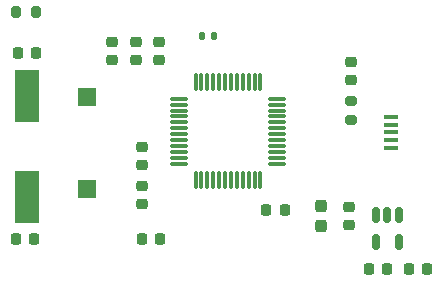
<source format=gbr>
%TF.GenerationSoftware,KiCad,Pcbnew,7.0.5-7.0.5~ubuntu20.04.1*%
%TF.CreationDate,2023-12-02T16:13:28+01:00*%
%TF.ProjectId,ST_prot,53545f70-726f-4742-9e6b-696361645f70,rev?*%
%TF.SameCoordinates,Original*%
%TF.FileFunction,Paste,Top*%
%TF.FilePolarity,Positive*%
%FSLAX46Y46*%
G04 Gerber Fmt 4.6, Leading zero omitted, Abs format (unit mm)*
G04 Created by KiCad (PCBNEW 7.0.5-7.0.5~ubuntu20.04.1) date 2023-12-02 16:13:28*
%MOMM*%
%LPD*%
G01*
G04 APERTURE LIST*
G04 Aperture macros list*
%AMRoundRect*
0 Rectangle with rounded corners*
0 $1 Rounding radius*
0 $2 $3 $4 $5 $6 $7 $8 $9 X,Y pos of 4 corners*
0 Add a 4 corners polygon primitive as box body*
4,1,4,$2,$3,$4,$5,$6,$7,$8,$9,$2,$3,0*
0 Add four circle primitives for the rounded corners*
1,1,$1+$1,$2,$3*
1,1,$1+$1,$4,$5*
1,1,$1+$1,$6,$7*
1,1,$1+$1,$8,$9*
0 Add four rect primitives between the rounded corners*
20,1,$1+$1,$2,$3,$4,$5,0*
20,1,$1+$1,$4,$5,$6,$7,0*
20,1,$1+$1,$6,$7,$8,$9,0*
20,1,$1+$1,$8,$9,$2,$3,0*%
G04 Aperture macros list end*
%ADD10RoundRect,0.237500X-0.237500X0.300000X-0.237500X-0.300000X0.237500X-0.300000X0.237500X0.300000X0*%
%ADD11RoundRect,0.225000X0.225000X0.250000X-0.225000X0.250000X-0.225000X-0.250000X0.225000X-0.250000X0*%
%ADD12RoundRect,0.225000X0.250000X-0.225000X0.250000X0.225000X-0.250000X0.225000X-0.250000X-0.225000X0*%
%ADD13RoundRect,0.225000X-0.250000X0.225000X-0.250000X-0.225000X0.250000X-0.225000X0.250000X0.225000X0*%
%ADD14RoundRect,0.225000X-0.225000X-0.250000X0.225000X-0.250000X0.225000X0.250000X-0.225000X0.250000X0*%
%ADD15RoundRect,0.218750X0.218750X0.256250X-0.218750X0.256250X-0.218750X-0.256250X0.218750X-0.256250X0*%
%ADD16RoundRect,0.218750X-0.218750X-0.256250X0.218750X-0.256250X0.218750X0.256250X-0.218750X0.256250X0*%
%ADD17RoundRect,0.135000X-0.135000X-0.185000X0.135000X-0.185000X0.135000X0.185000X-0.135000X0.185000X0*%
%ADD18RoundRect,0.075000X-0.662500X-0.075000X0.662500X-0.075000X0.662500X0.075000X-0.662500X0.075000X0*%
%ADD19RoundRect,0.075000X-0.075000X-0.662500X0.075000X-0.662500X0.075000X0.662500X-0.075000X0.662500X0*%
%ADD20R,2.000000X4.500000*%
%ADD21R,1.300000X0.450000*%
%ADD22RoundRect,0.200000X-0.275000X0.200000X-0.275000X-0.200000X0.275000X-0.200000X0.275000X0.200000X0*%
%ADD23R,1.500000X1.500000*%
%ADD24RoundRect,0.200000X-0.200000X-0.275000X0.200000X-0.275000X0.200000X0.275000X-0.200000X0.275000X0*%
%ADD25RoundRect,0.150000X-0.150000X0.512500X-0.150000X-0.512500X0.150000X-0.512500X0.150000X0.512500X0*%
G04 APERTURE END LIST*
D10*
%TO.C,C1*%
X82169000Y-51956500D03*
X82169000Y-53681500D03*
%TD*%
D11*
%TO.C,C2*%
X87783000Y-57277000D03*
X86233000Y-57277000D03*
%TD*%
D12*
%TO.C,C3*%
X66548000Y-39637000D03*
X66548000Y-38087000D03*
%TD*%
D13*
%TO.C,C4*%
X64516000Y-38074000D03*
X64516000Y-39624000D03*
%TD*%
D11*
%TO.C,C5*%
X79121000Y-52324000D03*
X77571000Y-52324000D03*
%TD*%
D13*
%TO.C,C6*%
X84709000Y-39751000D03*
X84709000Y-41301000D03*
%TD*%
D12*
%TO.C,C7*%
X68453000Y-39650000D03*
X68453000Y-38100000D03*
%TD*%
%TO.C,C8*%
X67056000Y-48514000D03*
X67056000Y-46964000D03*
%TD*%
D14*
%TO.C,C10*%
X56515000Y-38989000D03*
X58065000Y-38989000D03*
%TD*%
D11*
%TO.C,C11*%
X57912000Y-54737000D03*
X56362000Y-54737000D03*
%TD*%
D15*
%TO.C,D1*%
X91186000Y-57277000D03*
X89611000Y-57277000D03*
%TD*%
D16*
%TO.C,D2*%
X67005000Y-54737000D03*
X68580000Y-54737000D03*
%TD*%
D17*
%TO.C,R2*%
X72134000Y-37592000D03*
X73154000Y-37592000D03*
%TD*%
D18*
%TO.C,U2*%
X70161000Y-42887000D03*
X70161000Y-43387000D03*
X70161000Y-43887000D03*
X70161000Y-44387000D03*
X70161000Y-44887000D03*
X70161000Y-45387000D03*
X70161000Y-45887000D03*
X70161000Y-46387000D03*
X70161000Y-46887000D03*
X70161000Y-47387000D03*
X70161000Y-47887000D03*
X70161000Y-48387000D03*
D19*
X71573500Y-49799500D03*
X72073500Y-49799500D03*
X72573500Y-49799500D03*
X73073500Y-49799500D03*
X73573500Y-49799500D03*
X74073500Y-49799500D03*
X74573500Y-49799500D03*
X75073500Y-49799500D03*
X75573500Y-49799500D03*
X76073500Y-49799500D03*
X76573500Y-49799500D03*
X77073500Y-49799500D03*
D18*
X78486000Y-48387000D03*
X78486000Y-47887000D03*
X78486000Y-47387000D03*
X78486000Y-46887000D03*
X78486000Y-46387000D03*
X78486000Y-45887000D03*
X78486000Y-45387000D03*
X78486000Y-44887000D03*
X78486000Y-44387000D03*
X78486000Y-43887000D03*
X78486000Y-43387000D03*
X78486000Y-42887000D03*
D19*
X77073500Y-41474500D03*
X76573500Y-41474500D03*
X76073500Y-41474500D03*
X75573500Y-41474500D03*
X75073500Y-41474500D03*
X74573500Y-41474500D03*
X74073500Y-41474500D03*
X73573500Y-41474500D03*
X73073500Y-41474500D03*
X72573500Y-41474500D03*
X72073500Y-41474500D03*
X71573500Y-41474500D03*
%TD*%
D20*
%TO.C,Y1*%
X57277000Y-42681000D03*
X57277000Y-51181000D03*
%TD*%
D21*
%TO.C,J1*%
X88098000Y-47020000D03*
X88098000Y-46370000D03*
X88098000Y-45720000D03*
X88098000Y-45070000D03*
X88098000Y-44420000D03*
%TD*%
D13*
%TO.C,C9*%
X67056000Y-50266000D03*
X67056000Y-51816000D03*
%TD*%
D22*
%TO.C,R4*%
X84709000Y-43053000D03*
X84709000Y-44703000D03*
%TD*%
D13*
%TO.C,C12*%
X84582000Y-52057000D03*
X84582000Y-53607000D03*
%TD*%
D23*
%TO.C,SW2*%
X62357000Y-50509000D03*
X62357000Y-42709000D03*
%TD*%
D24*
%TO.C,R5*%
X56389000Y-35560000D03*
X58039000Y-35560000D03*
%TD*%
D25*
%TO.C,U3*%
X88773000Y-52716000D03*
X87823000Y-52716000D03*
X86873000Y-52716000D03*
X86873000Y-54991000D03*
X88773000Y-54991000D03*
%TD*%
M02*

</source>
